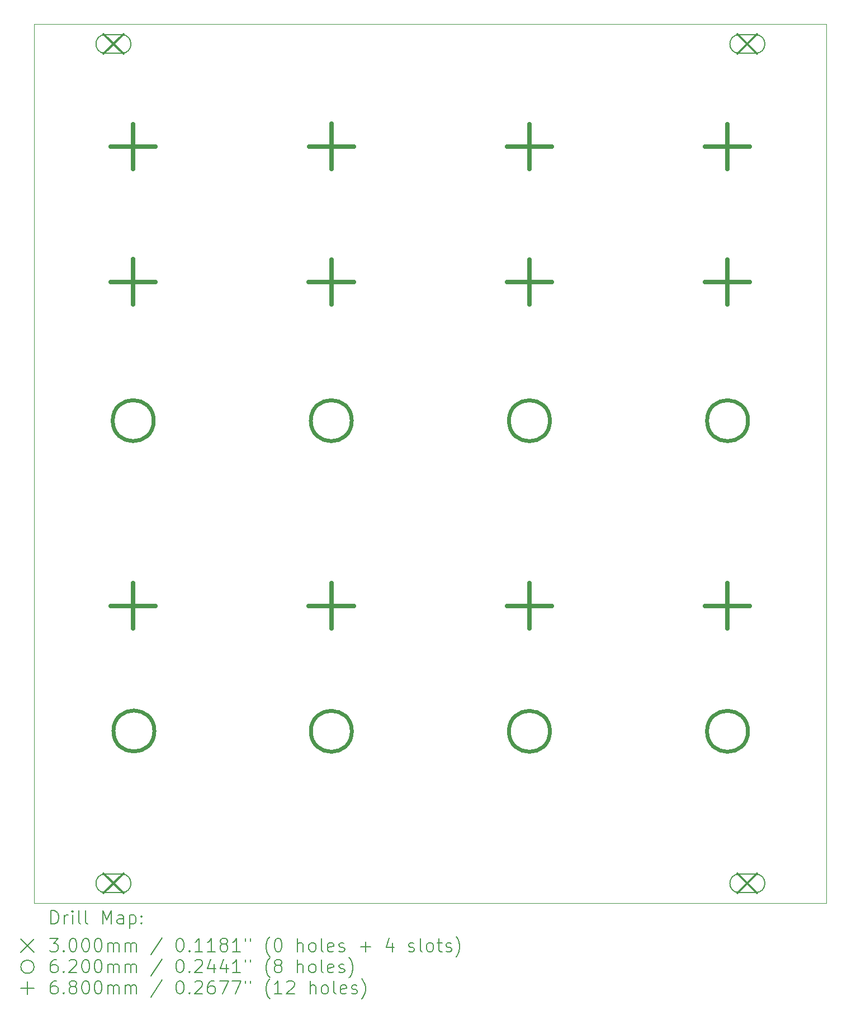
<source format=gbr>
%FSLAX45Y45*%
G04 Gerber Fmt 4.5, Leading zero omitted, Abs format (unit mm)*
G04 Created by KiCad (PCBNEW (6.0.0)) date 2022-03-25 16:36:26*
%MOMM*%
%LPD*%
G01*
G04 APERTURE LIST*
%TA.AperFunction,Profile*%
%ADD10C,0.050000*%
%TD*%
%ADD11C,0.200000*%
%ADD12C,0.300000*%
%ADD13C,0.620000*%
%ADD14C,0.680000*%
G04 APERTURE END LIST*
D10*
X7410000Y-2750000D02*
X7410000Y-16050000D01*
X7410000Y-2750000D02*
X19410000Y-2750000D01*
X19410000Y-2750000D02*
X19410000Y-16050000D01*
X19410000Y-16050000D02*
X7410000Y-16050000D01*
D11*
D12*
X8460000Y-2900000D02*
X8760000Y-3200000D01*
X8760000Y-2900000D02*
X8460000Y-3200000D01*
D11*
X8485000Y-3190000D02*
X8735000Y-3190000D01*
X8485000Y-2910000D02*
X8735000Y-2910000D01*
X8735000Y-3190000D02*
G75*
G03*
X8735000Y-2910000I0J140000D01*
G01*
X8485000Y-2910000D02*
G75*
G03*
X8485000Y-3190000I0J-140000D01*
G01*
D12*
X8460000Y-15600000D02*
X8760000Y-15900000D01*
X8760000Y-15600000D02*
X8460000Y-15900000D01*
D11*
X8485000Y-15890000D02*
X8735000Y-15890000D01*
X8485000Y-15610000D02*
X8735000Y-15610000D01*
X8735000Y-15890000D02*
G75*
G03*
X8735000Y-15610000I0J140000D01*
G01*
X8485000Y-15610000D02*
G75*
G03*
X8485000Y-15890000I0J-140000D01*
G01*
D12*
X18060000Y-2900000D02*
X18360000Y-3200000D01*
X18360000Y-2900000D02*
X18060000Y-3200000D01*
D11*
X18085000Y-3190000D02*
X18335000Y-3190000D01*
X18085000Y-2910000D02*
X18335000Y-2910000D01*
X18335000Y-3190000D02*
G75*
G03*
X18335000Y-2910000I0J140000D01*
G01*
X18085000Y-2910000D02*
G75*
G03*
X18085000Y-3190000I0J-140000D01*
G01*
D12*
X18060000Y-15600000D02*
X18360000Y-15900000D01*
X18360000Y-15600000D02*
X18060000Y-15900000D01*
D11*
X18085000Y-15890000D02*
X18335000Y-15890000D01*
X18085000Y-15610000D02*
X18335000Y-15610000D01*
X18335000Y-15890000D02*
G75*
G03*
X18335000Y-15610000I0J140000D01*
G01*
X18085000Y-15610000D02*
G75*
G03*
X18085000Y-15890000I0J-140000D01*
G01*
D13*
X9219159Y-8748890D02*
G75*
G03*
X9219159Y-8748890I-310000J0D01*
G01*
X9230000Y-13445000D02*
G75*
G03*
X9230000Y-13445000I-310000J0D01*
G01*
X12218923Y-8749293D02*
G75*
G03*
X12218923Y-8749293I-310000J0D01*
G01*
X12220000Y-13449159D02*
G75*
G03*
X12220000Y-13449159I-310000J0D01*
G01*
X15219764Y-13449764D02*
G75*
G03*
X15219764Y-13449764I-310000J0D01*
G01*
X15220000Y-8750000D02*
G75*
G03*
X15220000Y-8750000I-310000J0D01*
G01*
X18219259Y-13449159D02*
G75*
G03*
X18219259Y-13449159I-310000J0D01*
G01*
X18220000Y-8750000D02*
G75*
G03*
X18220000Y-8750000I-310000J0D01*
G01*
D14*
X8907846Y-6307241D02*
X8907846Y-6987241D01*
X8567846Y-6647241D02*
X9247846Y-6647241D01*
X8908452Y-4259831D02*
X8908452Y-4939831D01*
X8568452Y-4599831D02*
X9248452Y-4599831D01*
X8910000Y-11210000D02*
X8910000Y-11890000D01*
X8570000Y-11550000D02*
X9250000Y-11550000D01*
X11909463Y-6309899D02*
X11909463Y-6989899D01*
X11569463Y-6649899D02*
X12249463Y-6649899D01*
X11909507Y-11209630D02*
X11909507Y-11889630D01*
X11569507Y-11549630D02*
X12249507Y-11549630D01*
X11909933Y-4259092D02*
X11909933Y-4939092D01*
X11569933Y-4599092D02*
X12249933Y-4599092D01*
X14909024Y-11209664D02*
X14909024Y-11889664D01*
X14569024Y-11549664D02*
X15249024Y-11549664D01*
X14909261Y-4259866D02*
X14909261Y-4939866D01*
X14569261Y-4599866D02*
X15249261Y-4599866D01*
X14909798Y-6309630D02*
X14909798Y-6989630D01*
X14569798Y-6649630D02*
X15249798Y-6649630D01*
X17908517Y-11209899D02*
X17908517Y-11889899D01*
X17568517Y-11549899D02*
X18248517Y-11549899D01*
X17908654Y-4259798D02*
X17908654Y-4939798D01*
X17568654Y-4599798D02*
X18248654Y-4599798D01*
X17909877Y-6309753D02*
X17909877Y-6989753D01*
X17569877Y-6649753D02*
X18249877Y-6649753D01*
D11*
X7665119Y-16362976D02*
X7665119Y-16162976D01*
X7712738Y-16162976D01*
X7741309Y-16172500D01*
X7760357Y-16191548D01*
X7769881Y-16210595D01*
X7779405Y-16248690D01*
X7779405Y-16277262D01*
X7769881Y-16315357D01*
X7760357Y-16334405D01*
X7741309Y-16353452D01*
X7712738Y-16362976D01*
X7665119Y-16362976D01*
X7865119Y-16362976D02*
X7865119Y-16229643D01*
X7865119Y-16267738D02*
X7874643Y-16248690D01*
X7884167Y-16239167D01*
X7903214Y-16229643D01*
X7922262Y-16229643D01*
X7988928Y-16362976D02*
X7988928Y-16229643D01*
X7988928Y-16162976D02*
X7979405Y-16172500D01*
X7988928Y-16182024D01*
X7998452Y-16172500D01*
X7988928Y-16162976D01*
X7988928Y-16182024D01*
X8112738Y-16362976D02*
X8093690Y-16353452D01*
X8084167Y-16334405D01*
X8084167Y-16162976D01*
X8217500Y-16362976D02*
X8198452Y-16353452D01*
X8188928Y-16334405D01*
X8188928Y-16162976D01*
X8446071Y-16362976D02*
X8446071Y-16162976D01*
X8512738Y-16305833D01*
X8579405Y-16162976D01*
X8579405Y-16362976D01*
X8760357Y-16362976D02*
X8760357Y-16258214D01*
X8750833Y-16239167D01*
X8731786Y-16229643D01*
X8693690Y-16229643D01*
X8674643Y-16239167D01*
X8760357Y-16353452D02*
X8741310Y-16362976D01*
X8693690Y-16362976D01*
X8674643Y-16353452D01*
X8665119Y-16334405D01*
X8665119Y-16315357D01*
X8674643Y-16296309D01*
X8693690Y-16286786D01*
X8741310Y-16286786D01*
X8760357Y-16277262D01*
X8855595Y-16229643D02*
X8855595Y-16429643D01*
X8855595Y-16239167D02*
X8874643Y-16229643D01*
X8912738Y-16229643D01*
X8931786Y-16239167D01*
X8941310Y-16248690D01*
X8950833Y-16267738D01*
X8950833Y-16324881D01*
X8941310Y-16343928D01*
X8931786Y-16353452D01*
X8912738Y-16362976D01*
X8874643Y-16362976D01*
X8855595Y-16353452D01*
X9036548Y-16343928D02*
X9046071Y-16353452D01*
X9036548Y-16362976D01*
X9027024Y-16353452D01*
X9036548Y-16343928D01*
X9036548Y-16362976D01*
X9036548Y-16239167D02*
X9046071Y-16248690D01*
X9036548Y-16258214D01*
X9027024Y-16248690D01*
X9036548Y-16239167D01*
X9036548Y-16258214D01*
X7207500Y-16592500D02*
X7407500Y-16792500D01*
X7407500Y-16592500D02*
X7207500Y-16792500D01*
X7646071Y-16582976D02*
X7769881Y-16582976D01*
X7703214Y-16659167D01*
X7731786Y-16659167D01*
X7750833Y-16668690D01*
X7760357Y-16678214D01*
X7769881Y-16697262D01*
X7769881Y-16744881D01*
X7760357Y-16763928D01*
X7750833Y-16773452D01*
X7731786Y-16782976D01*
X7674643Y-16782976D01*
X7655595Y-16773452D01*
X7646071Y-16763928D01*
X7855595Y-16763928D02*
X7865119Y-16773452D01*
X7855595Y-16782976D01*
X7846071Y-16773452D01*
X7855595Y-16763928D01*
X7855595Y-16782976D01*
X7988928Y-16582976D02*
X8007976Y-16582976D01*
X8027024Y-16592500D01*
X8036548Y-16602024D01*
X8046071Y-16621071D01*
X8055595Y-16659167D01*
X8055595Y-16706786D01*
X8046071Y-16744881D01*
X8036548Y-16763928D01*
X8027024Y-16773452D01*
X8007976Y-16782976D01*
X7988928Y-16782976D01*
X7969881Y-16773452D01*
X7960357Y-16763928D01*
X7950833Y-16744881D01*
X7941309Y-16706786D01*
X7941309Y-16659167D01*
X7950833Y-16621071D01*
X7960357Y-16602024D01*
X7969881Y-16592500D01*
X7988928Y-16582976D01*
X8179405Y-16582976D02*
X8198452Y-16582976D01*
X8217500Y-16592500D01*
X8227024Y-16602024D01*
X8236548Y-16621071D01*
X8246071Y-16659167D01*
X8246071Y-16706786D01*
X8236548Y-16744881D01*
X8227024Y-16763928D01*
X8217500Y-16773452D01*
X8198452Y-16782976D01*
X8179405Y-16782976D01*
X8160357Y-16773452D01*
X8150833Y-16763928D01*
X8141309Y-16744881D01*
X8131786Y-16706786D01*
X8131786Y-16659167D01*
X8141309Y-16621071D01*
X8150833Y-16602024D01*
X8160357Y-16592500D01*
X8179405Y-16582976D01*
X8369881Y-16582976D02*
X8388929Y-16582976D01*
X8407976Y-16592500D01*
X8417500Y-16602024D01*
X8427024Y-16621071D01*
X8436548Y-16659167D01*
X8436548Y-16706786D01*
X8427024Y-16744881D01*
X8417500Y-16763928D01*
X8407976Y-16773452D01*
X8388929Y-16782976D01*
X8369881Y-16782976D01*
X8350833Y-16773452D01*
X8341309Y-16763928D01*
X8331786Y-16744881D01*
X8322262Y-16706786D01*
X8322262Y-16659167D01*
X8331786Y-16621071D01*
X8341309Y-16602024D01*
X8350833Y-16592500D01*
X8369881Y-16582976D01*
X8522262Y-16782976D02*
X8522262Y-16649643D01*
X8522262Y-16668690D02*
X8531786Y-16659167D01*
X8550833Y-16649643D01*
X8579405Y-16649643D01*
X8598452Y-16659167D01*
X8607976Y-16678214D01*
X8607976Y-16782976D01*
X8607976Y-16678214D02*
X8617500Y-16659167D01*
X8636548Y-16649643D01*
X8665119Y-16649643D01*
X8684167Y-16659167D01*
X8693690Y-16678214D01*
X8693690Y-16782976D01*
X8788929Y-16782976D02*
X8788929Y-16649643D01*
X8788929Y-16668690D02*
X8798452Y-16659167D01*
X8817500Y-16649643D01*
X8846071Y-16649643D01*
X8865119Y-16659167D01*
X8874643Y-16678214D01*
X8874643Y-16782976D01*
X8874643Y-16678214D02*
X8884167Y-16659167D01*
X8903214Y-16649643D01*
X8931786Y-16649643D01*
X8950833Y-16659167D01*
X8960357Y-16678214D01*
X8960357Y-16782976D01*
X9350833Y-16573452D02*
X9179405Y-16830595D01*
X9607976Y-16582976D02*
X9627024Y-16582976D01*
X9646071Y-16592500D01*
X9655595Y-16602024D01*
X9665119Y-16621071D01*
X9674643Y-16659167D01*
X9674643Y-16706786D01*
X9665119Y-16744881D01*
X9655595Y-16763928D01*
X9646071Y-16773452D01*
X9627024Y-16782976D01*
X9607976Y-16782976D01*
X9588929Y-16773452D01*
X9579405Y-16763928D01*
X9569881Y-16744881D01*
X9560357Y-16706786D01*
X9560357Y-16659167D01*
X9569881Y-16621071D01*
X9579405Y-16602024D01*
X9588929Y-16592500D01*
X9607976Y-16582976D01*
X9760357Y-16763928D02*
X9769881Y-16773452D01*
X9760357Y-16782976D01*
X9750833Y-16773452D01*
X9760357Y-16763928D01*
X9760357Y-16782976D01*
X9960357Y-16782976D02*
X9846071Y-16782976D01*
X9903214Y-16782976D02*
X9903214Y-16582976D01*
X9884167Y-16611548D01*
X9865119Y-16630595D01*
X9846071Y-16640119D01*
X10150833Y-16782976D02*
X10036548Y-16782976D01*
X10093690Y-16782976D02*
X10093690Y-16582976D01*
X10074643Y-16611548D01*
X10055595Y-16630595D01*
X10036548Y-16640119D01*
X10265119Y-16668690D02*
X10246071Y-16659167D01*
X10236548Y-16649643D01*
X10227024Y-16630595D01*
X10227024Y-16621071D01*
X10236548Y-16602024D01*
X10246071Y-16592500D01*
X10265119Y-16582976D01*
X10303214Y-16582976D01*
X10322262Y-16592500D01*
X10331786Y-16602024D01*
X10341310Y-16621071D01*
X10341310Y-16630595D01*
X10331786Y-16649643D01*
X10322262Y-16659167D01*
X10303214Y-16668690D01*
X10265119Y-16668690D01*
X10246071Y-16678214D01*
X10236548Y-16687738D01*
X10227024Y-16706786D01*
X10227024Y-16744881D01*
X10236548Y-16763928D01*
X10246071Y-16773452D01*
X10265119Y-16782976D01*
X10303214Y-16782976D01*
X10322262Y-16773452D01*
X10331786Y-16763928D01*
X10341310Y-16744881D01*
X10341310Y-16706786D01*
X10331786Y-16687738D01*
X10322262Y-16678214D01*
X10303214Y-16668690D01*
X10531786Y-16782976D02*
X10417500Y-16782976D01*
X10474643Y-16782976D02*
X10474643Y-16582976D01*
X10455595Y-16611548D01*
X10436548Y-16630595D01*
X10417500Y-16640119D01*
X10607976Y-16582976D02*
X10607976Y-16621071D01*
X10684167Y-16582976D02*
X10684167Y-16621071D01*
X10979405Y-16859167D02*
X10969881Y-16849643D01*
X10950833Y-16821071D01*
X10941310Y-16802024D01*
X10931786Y-16773452D01*
X10922262Y-16725833D01*
X10922262Y-16687738D01*
X10931786Y-16640119D01*
X10941310Y-16611548D01*
X10950833Y-16592500D01*
X10969881Y-16563928D01*
X10979405Y-16554405D01*
X11093690Y-16582976D02*
X11112738Y-16582976D01*
X11131786Y-16592500D01*
X11141310Y-16602024D01*
X11150833Y-16621071D01*
X11160357Y-16659167D01*
X11160357Y-16706786D01*
X11150833Y-16744881D01*
X11141310Y-16763928D01*
X11131786Y-16773452D01*
X11112738Y-16782976D01*
X11093690Y-16782976D01*
X11074643Y-16773452D01*
X11065119Y-16763928D01*
X11055595Y-16744881D01*
X11046071Y-16706786D01*
X11046071Y-16659167D01*
X11055595Y-16621071D01*
X11065119Y-16602024D01*
X11074643Y-16592500D01*
X11093690Y-16582976D01*
X11398452Y-16782976D02*
X11398452Y-16582976D01*
X11484167Y-16782976D02*
X11484167Y-16678214D01*
X11474643Y-16659167D01*
X11455595Y-16649643D01*
X11427024Y-16649643D01*
X11407976Y-16659167D01*
X11398452Y-16668690D01*
X11607976Y-16782976D02*
X11588928Y-16773452D01*
X11579405Y-16763928D01*
X11569881Y-16744881D01*
X11569881Y-16687738D01*
X11579405Y-16668690D01*
X11588928Y-16659167D01*
X11607976Y-16649643D01*
X11636548Y-16649643D01*
X11655595Y-16659167D01*
X11665119Y-16668690D01*
X11674643Y-16687738D01*
X11674643Y-16744881D01*
X11665119Y-16763928D01*
X11655595Y-16773452D01*
X11636548Y-16782976D01*
X11607976Y-16782976D01*
X11788928Y-16782976D02*
X11769881Y-16773452D01*
X11760357Y-16754405D01*
X11760357Y-16582976D01*
X11941309Y-16773452D02*
X11922262Y-16782976D01*
X11884167Y-16782976D01*
X11865119Y-16773452D01*
X11855595Y-16754405D01*
X11855595Y-16678214D01*
X11865119Y-16659167D01*
X11884167Y-16649643D01*
X11922262Y-16649643D01*
X11941309Y-16659167D01*
X11950833Y-16678214D01*
X11950833Y-16697262D01*
X11855595Y-16716309D01*
X12027024Y-16773452D02*
X12046071Y-16782976D01*
X12084167Y-16782976D01*
X12103214Y-16773452D01*
X12112738Y-16754405D01*
X12112738Y-16744881D01*
X12103214Y-16725833D01*
X12084167Y-16716309D01*
X12055595Y-16716309D01*
X12036548Y-16706786D01*
X12027024Y-16687738D01*
X12027024Y-16678214D01*
X12036548Y-16659167D01*
X12055595Y-16649643D01*
X12084167Y-16649643D01*
X12103214Y-16659167D01*
X12350833Y-16706786D02*
X12503214Y-16706786D01*
X12427024Y-16782976D02*
X12427024Y-16630595D01*
X12836548Y-16649643D02*
X12836548Y-16782976D01*
X12788928Y-16573452D02*
X12741309Y-16716309D01*
X12865119Y-16716309D01*
X13084167Y-16773452D02*
X13103214Y-16782976D01*
X13141309Y-16782976D01*
X13160357Y-16773452D01*
X13169881Y-16754405D01*
X13169881Y-16744881D01*
X13160357Y-16725833D01*
X13141309Y-16716309D01*
X13112738Y-16716309D01*
X13093690Y-16706786D01*
X13084167Y-16687738D01*
X13084167Y-16678214D01*
X13093690Y-16659167D01*
X13112738Y-16649643D01*
X13141309Y-16649643D01*
X13160357Y-16659167D01*
X13284167Y-16782976D02*
X13265119Y-16773452D01*
X13255595Y-16754405D01*
X13255595Y-16582976D01*
X13388928Y-16782976D02*
X13369881Y-16773452D01*
X13360357Y-16763928D01*
X13350833Y-16744881D01*
X13350833Y-16687738D01*
X13360357Y-16668690D01*
X13369881Y-16659167D01*
X13388928Y-16649643D01*
X13417500Y-16649643D01*
X13436548Y-16659167D01*
X13446071Y-16668690D01*
X13455595Y-16687738D01*
X13455595Y-16744881D01*
X13446071Y-16763928D01*
X13436548Y-16773452D01*
X13417500Y-16782976D01*
X13388928Y-16782976D01*
X13512738Y-16649643D02*
X13588928Y-16649643D01*
X13541309Y-16582976D02*
X13541309Y-16754405D01*
X13550833Y-16773452D01*
X13569881Y-16782976D01*
X13588928Y-16782976D01*
X13646071Y-16773452D02*
X13665119Y-16782976D01*
X13703214Y-16782976D01*
X13722262Y-16773452D01*
X13731786Y-16754405D01*
X13731786Y-16744881D01*
X13722262Y-16725833D01*
X13703214Y-16716309D01*
X13674643Y-16716309D01*
X13655595Y-16706786D01*
X13646071Y-16687738D01*
X13646071Y-16678214D01*
X13655595Y-16659167D01*
X13674643Y-16649643D01*
X13703214Y-16649643D01*
X13722262Y-16659167D01*
X13798452Y-16859167D02*
X13807976Y-16849643D01*
X13827024Y-16821071D01*
X13836548Y-16802024D01*
X13846071Y-16773452D01*
X13855595Y-16725833D01*
X13855595Y-16687738D01*
X13846071Y-16640119D01*
X13836548Y-16611548D01*
X13827024Y-16592500D01*
X13807976Y-16563928D01*
X13798452Y-16554405D01*
X7407500Y-17012500D02*
G75*
G03*
X7407500Y-17012500I-100000J0D01*
G01*
X7750833Y-16902976D02*
X7712738Y-16902976D01*
X7693690Y-16912500D01*
X7684167Y-16922024D01*
X7665119Y-16950595D01*
X7655595Y-16988690D01*
X7655595Y-17064881D01*
X7665119Y-17083929D01*
X7674643Y-17093452D01*
X7693690Y-17102976D01*
X7731786Y-17102976D01*
X7750833Y-17093452D01*
X7760357Y-17083929D01*
X7769881Y-17064881D01*
X7769881Y-17017262D01*
X7760357Y-16998214D01*
X7750833Y-16988690D01*
X7731786Y-16979167D01*
X7693690Y-16979167D01*
X7674643Y-16988690D01*
X7665119Y-16998214D01*
X7655595Y-17017262D01*
X7855595Y-17083929D02*
X7865119Y-17093452D01*
X7855595Y-17102976D01*
X7846071Y-17093452D01*
X7855595Y-17083929D01*
X7855595Y-17102976D01*
X7941309Y-16922024D02*
X7950833Y-16912500D01*
X7969881Y-16902976D01*
X8017500Y-16902976D01*
X8036548Y-16912500D01*
X8046071Y-16922024D01*
X8055595Y-16941071D01*
X8055595Y-16960119D01*
X8046071Y-16988690D01*
X7931786Y-17102976D01*
X8055595Y-17102976D01*
X8179405Y-16902976D02*
X8198452Y-16902976D01*
X8217500Y-16912500D01*
X8227024Y-16922024D01*
X8236548Y-16941071D01*
X8246071Y-16979167D01*
X8246071Y-17026786D01*
X8236548Y-17064881D01*
X8227024Y-17083929D01*
X8217500Y-17093452D01*
X8198452Y-17102976D01*
X8179405Y-17102976D01*
X8160357Y-17093452D01*
X8150833Y-17083929D01*
X8141309Y-17064881D01*
X8131786Y-17026786D01*
X8131786Y-16979167D01*
X8141309Y-16941071D01*
X8150833Y-16922024D01*
X8160357Y-16912500D01*
X8179405Y-16902976D01*
X8369881Y-16902976D02*
X8388929Y-16902976D01*
X8407976Y-16912500D01*
X8417500Y-16922024D01*
X8427024Y-16941071D01*
X8436548Y-16979167D01*
X8436548Y-17026786D01*
X8427024Y-17064881D01*
X8417500Y-17083929D01*
X8407976Y-17093452D01*
X8388929Y-17102976D01*
X8369881Y-17102976D01*
X8350833Y-17093452D01*
X8341309Y-17083929D01*
X8331786Y-17064881D01*
X8322262Y-17026786D01*
X8322262Y-16979167D01*
X8331786Y-16941071D01*
X8341309Y-16922024D01*
X8350833Y-16912500D01*
X8369881Y-16902976D01*
X8522262Y-17102976D02*
X8522262Y-16969643D01*
X8522262Y-16988690D02*
X8531786Y-16979167D01*
X8550833Y-16969643D01*
X8579405Y-16969643D01*
X8598452Y-16979167D01*
X8607976Y-16998214D01*
X8607976Y-17102976D01*
X8607976Y-16998214D02*
X8617500Y-16979167D01*
X8636548Y-16969643D01*
X8665119Y-16969643D01*
X8684167Y-16979167D01*
X8693690Y-16998214D01*
X8693690Y-17102976D01*
X8788929Y-17102976D02*
X8788929Y-16969643D01*
X8788929Y-16988690D02*
X8798452Y-16979167D01*
X8817500Y-16969643D01*
X8846071Y-16969643D01*
X8865119Y-16979167D01*
X8874643Y-16998214D01*
X8874643Y-17102976D01*
X8874643Y-16998214D02*
X8884167Y-16979167D01*
X8903214Y-16969643D01*
X8931786Y-16969643D01*
X8950833Y-16979167D01*
X8960357Y-16998214D01*
X8960357Y-17102976D01*
X9350833Y-16893452D02*
X9179405Y-17150595D01*
X9607976Y-16902976D02*
X9627024Y-16902976D01*
X9646071Y-16912500D01*
X9655595Y-16922024D01*
X9665119Y-16941071D01*
X9674643Y-16979167D01*
X9674643Y-17026786D01*
X9665119Y-17064881D01*
X9655595Y-17083929D01*
X9646071Y-17093452D01*
X9627024Y-17102976D01*
X9607976Y-17102976D01*
X9588929Y-17093452D01*
X9579405Y-17083929D01*
X9569881Y-17064881D01*
X9560357Y-17026786D01*
X9560357Y-16979167D01*
X9569881Y-16941071D01*
X9579405Y-16922024D01*
X9588929Y-16912500D01*
X9607976Y-16902976D01*
X9760357Y-17083929D02*
X9769881Y-17093452D01*
X9760357Y-17102976D01*
X9750833Y-17093452D01*
X9760357Y-17083929D01*
X9760357Y-17102976D01*
X9846071Y-16922024D02*
X9855595Y-16912500D01*
X9874643Y-16902976D01*
X9922262Y-16902976D01*
X9941310Y-16912500D01*
X9950833Y-16922024D01*
X9960357Y-16941071D01*
X9960357Y-16960119D01*
X9950833Y-16988690D01*
X9836548Y-17102976D01*
X9960357Y-17102976D01*
X10131786Y-16969643D02*
X10131786Y-17102976D01*
X10084167Y-16893452D02*
X10036548Y-17036310D01*
X10160357Y-17036310D01*
X10322262Y-16969643D02*
X10322262Y-17102976D01*
X10274643Y-16893452D02*
X10227024Y-17036310D01*
X10350833Y-17036310D01*
X10531786Y-17102976D02*
X10417500Y-17102976D01*
X10474643Y-17102976D02*
X10474643Y-16902976D01*
X10455595Y-16931548D01*
X10436548Y-16950595D01*
X10417500Y-16960119D01*
X10607976Y-16902976D02*
X10607976Y-16941071D01*
X10684167Y-16902976D02*
X10684167Y-16941071D01*
X10979405Y-17179167D02*
X10969881Y-17169643D01*
X10950833Y-17141071D01*
X10941310Y-17122024D01*
X10931786Y-17093452D01*
X10922262Y-17045833D01*
X10922262Y-17007738D01*
X10931786Y-16960119D01*
X10941310Y-16931548D01*
X10950833Y-16912500D01*
X10969881Y-16883929D01*
X10979405Y-16874405D01*
X11084167Y-16988690D02*
X11065119Y-16979167D01*
X11055595Y-16969643D01*
X11046071Y-16950595D01*
X11046071Y-16941071D01*
X11055595Y-16922024D01*
X11065119Y-16912500D01*
X11084167Y-16902976D01*
X11122262Y-16902976D01*
X11141310Y-16912500D01*
X11150833Y-16922024D01*
X11160357Y-16941071D01*
X11160357Y-16950595D01*
X11150833Y-16969643D01*
X11141310Y-16979167D01*
X11122262Y-16988690D01*
X11084167Y-16988690D01*
X11065119Y-16998214D01*
X11055595Y-17007738D01*
X11046071Y-17026786D01*
X11046071Y-17064881D01*
X11055595Y-17083929D01*
X11065119Y-17093452D01*
X11084167Y-17102976D01*
X11122262Y-17102976D01*
X11141310Y-17093452D01*
X11150833Y-17083929D01*
X11160357Y-17064881D01*
X11160357Y-17026786D01*
X11150833Y-17007738D01*
X11141310Y-16998214D01*
X11122262Y-16988690D01*
X11398452Y-17102976D02*
X11398452Y-16902976D01*
X11484167Y-17102976D02*
X11484167Y-16998214D01*
X11474643Y-16979167D01*
X11455595Y-16969643D01*
X11427024Y-16969643D01*
X11407976Y-16979167D01*
X11398452Y-16988690D01*
X11607976Y-17102976D02*
X11588928Y-17093452D01*
X11579405Y-17083929D01*
X11569881Y-17064881D01*
X11569881Y-17007738D01*
X11579405Y-16988690D01*
X11588928Y-16979167D01*
X11607976Y-16969643D01*
X11636548Y-16969643D01*
X11655595Y-16979167D01*
X11665119Y-16988690D01*
X11674643Y-17007738D01*
X11674643Y-17064881D01*
X11665119Y-17083929D01*
X11655595Y-17093452D01*
X11636548Y-17102976D01*
X11607976Y-17102976D01*
X11788928Y-17102976D02*
X11769881Y-17093452D01*
X11760357Y-17074405D01*
X11760357Y-16902976D01*
X11941309Y-17093452D02*
X11922262Y-17102976D01*
X11884167Y-17102976D01*
X11865119Y-17093452D01*
X11855595Y-17074405D01*
X11855595Y-16998214D01*
X11865119Y-16979167D01*
X11884167Y-16969643D01*
X11922262Y-16969643D01*
X11941309Y-16979167D01*
X11950833Y-16998214D01*
X11950833Y-17017262D01*
X11855595Y-17036310D01*
X12027024Y-17093452D02*
X12046071Y-17102976D01*
X12084167Y-17102976D01*
X12103214Y-17093452D01*
X12112738Y-17074405D01*
X12112738Y-17064881D01*
X12103214Y-17045833D01*
X12084167Y-17036310D01*
X12055595Y-17036310D01*
X12036548Y-17026786D01*
X12027024Y-17007738D01*
X12027024Y-16998214D01*
X12036548Y-16979167D01*
X12055595Y-16969643D01*
X12084167Y-16969643D01*
X12103214Y-16979167D01*
X12179405Y-17179167D02*
X12188928Y-17169643D01*
X12207976Y-17141071D01*
X12217500Y-17122024D01*
X12227024Y-17093452D01*
X12236548Y-17045833D01*
X12236548Y-17007738D01*
X12227024Y-16960119D01*
X12217500Y-16931548D01*
X12207976Y-16912500D01*
X12188928Y-16883929D01*
X12179405Y-16874405D01*
X7307500Y-17232500D02*
X7307500Y-17432500D01*
X7207500Y-17332500D02*
X7407500Y-17332500D01*
X7750833Y-17222976D02*
X7712738Y-17222976D01*
X7693690Y-17232500D01*
X7684167Y-17242024D01*
X7665119Y-17270595D01*
X7655595Y-17308690D01*
X7655595Y-17384881D01*
X7665119Y-17403929D01*
X7674643Y-17413452D01*
X7693690Y-17422976D01*
X7731786Y-17422976D01*
X7750833Y-17413452D01*
X7760357Y-17403929D01*
X7769881Y-17384881D01*
X7769881Y-17337262D01*
X7760357Y-17318214D01*
X7750833Y-17308690D01*
X7731786Y-17299167D01*
X7693690Y-17299167D01*
X7674643Y-17308690D01*
X7665119Y-17318214D01*
X7655595Y-17337262D01*
X7855595Y-17403929D02*
X7865119Y-17413452D01*
X7855595Y-17422976D01*
X7846071Y-17413452D01*
X7855595Y-17403929D01*
X7855595Y-17422976D01*
X7979405Y-17308690D02*
X7960357Y-17299167D01*
X7950833Y-17289643D01*
X7941309Y-17270595D01*
X7941309Y-17261071D01*
X7950833Y-17242024D01*
X7960357Y-17232500D01*
X7979405Y-17222976D01*
X8017500Y-17222976D01*
X8036548Y-17232500D01*
X8046071Y-17242024D01*
X8055595Y-17261071D01*
X8055595Y-17270595D01*
X8046071Y-17289643D01*
X8036548Y-17299167D01*
X8017500Y-17308690D01*
X7979405Y-17308690D01*
X7960357Y-17318214D01*
X7950833Y-17327738D01*
X7941309Y-17346786D01*
X7941309Y-17384881D01*
X7950833Y-17403929D01*
X7960357Y-17413452D01*
X7979405Y-17422976D01*
X8017500Y-17422976D01*
X8036548Y-17413452D01*
X8046071Y-17403929D01*
X8055595Y-17384881D01*
X8055595Y-17346786D01*
X8046071Y-17327738D01*
X8036548Y-17318214D01*
X8017500Y-17308690D01*
X8179405Y-17222976D02*
X8198452Y-17222976D01*
X8217500Y-17232500D01*
X8227024Y-17242024D01*
X8236548Y-17261071D01*
X8246071Y-17299167D01*
X8246071Y-17346786D01*
X8236548Y-17384881D01*
X8227024Y-17403929D01*
X8217500Y-17413452D01*
X8198452Y-17422976D01*
X8179405Y-17422976D01*
X8160357Y-17413452D01*
X8150833Y-17403929D01*
X8141309Y-17384881D01*
X8131786Y-17346786D01*
X8131786Y-17299167D01*
X8141309Y-17261071D01*
X8150833Y-17242024D01*
X8160357Y-17232500D01*
X8179405Y-17222976D01*
X8369881Y-17222976D02*
X8388929Y-17222976D01*
X8407976Y-17232500D01*
X8417500Y-17242024D01*
X8427024Y-17261071D01*
X8436548Y-17299167D01*
X8436548Y-17346786D01*
X8427024Y-17384881D01*
X8417500Y-17403929D01*
X8407976Y-17413452D01*
X8388929Y-17422976D01*
X8369881Y-17422976D01*
X8350833Y-17413452D01*
X8341309Y-17403929D01*
X8331786Y-17384881D01*
X8322262Y-17346786D01*
X8322262Y-17299167D01*
X8331786Y-17261071D01*
X8341309Y-17242024D01*
X8350833Y-17232500D01*
X8369881Y-17222976D01*
X8522262Y-17422976D02*
X8522262Y-17289643D01*
X8522262Y-17308690D02*
X8531786Y-17299167D01*
X8550833Y-17289643D01*
X8579405Y-17289643D01*
X8598452Y-17299167D01*
X8607976Y-17318214D01*
X8607976Y-17422976D01*
X8607976Y-17318214D02*
X8617500Y-17299167D01*
X8636548Y-17289643D01*
X8665119Y-17289643D01*
X8684167Y-17299167D01*
X8693690Y-17318214D01*
X8693690Y-17422976D01*
X8788929Y-17422976D02*
X8788929Y-17289643D01*
X8788929Y-17308690D02*
X8798452Y-17299167D01*
X8817500Y-17289643D01*
X8846071Y-17289643D01*
X8865119Y-17299167D01*
X8874643Y-17318214D01*
X8874643Y-17422976D01*
X8874643Y-17318214D02*
X8884167Y-17299167D01*
X8903214Y-17289643D01*
X8931786Y-17289643D01*
X8950833Y-17299167D01*
X8960357Y-17318214D01*
X8960357Y-17422976D01*
X9350833Y-17213452D02*
X9179405Y-17470595D01*
X9607976Y-17222976D02*
X9627024Y-17222976D01*
X9646071Y-17232500D01*
X9655595Y-17242024D01*
X9665119Y-17261071D01*
X9674643Y-17299167D01*
X9674643Y-17346786D01*
X9665119Y-17384881D01*
X9655595Y-17403929D01*
X9646071Y-17413452D01*
X9627024Y-17422976D01*
X9607976Y-17422976D01*
X9588929Y-17413452D01*
X9579405Y-17403929D01*
X9569881Y-17384881D01*
X9560357Y-17346786D01*
X9560357Y-17299167D01*
X9569881Y-17261071D01*
X9579405Y-17242024D01*
X9588929Y-17232500D01*
X9607976Y-17222976D01*
X9760357Y-17403929D02*
X9769881Y-17413452D01*
X9760357Y-17422976D01*
X9750833Y-17413452D01*
X9760357Y-17403929D01*
X9760357Y-17422976D01*
X9846071Y-17242024D02*
X9855595Y-17232500D01*
X9874643Y-17222976D01*
X9922262Y-17222976D01*
X9941310Y-17232500D01*
X9950833Y-17242024D01*
X9960357Y-17261071D01*
X9960357Y-17280119D01*
X9950833Y-17308690D01*
X9836548Y-17422976D01*
X9960357Y-17422976D01*
X10131786Y-17222976D02*
X10093690Y-17222976D01*
X10074643Y-17232500D01*
X10065119Y-17242024D01*
X10046071Y-17270595D01*
X10036548Y-17308690D01*
X10036548Y-17384881D01*
X10046071Y-17403929D01*
X10055595Y-17413452D01*
X10074643Y-17422976D01*
X10112738Y-17422976D01*
X10131786Y-17413452D01*
X10141310Y-17403929D01*
X10150833Y-17384881D01*
X10150833Y-17337262D01*
X10141310Y-17318214D01*
X10131786Y-17308690D01*
X10112738Y-17299167D01*
X10074643Y-17299167D01*
X10055595Y-17308690D01*
X10046071Y-17318214D01*
X10036548Y-17337262D01*
X10217500Y-17222976D02*
X10350833Y-17222976D01*
X10265119Y-17422976D01*
X10407976Y-17222976D02*
X10541310Y-17222976D01*
X10455595Y-17422976D01*
X10607976Y-17222976D02*
X10607976Y-17261071D01*
X10684167Y-17222976D02*
X10684167Y-17261071D01*
X10979405Y-17499167D02*
X10969881Y-17489643D01*
X10950833Y-17461071D01*
X10941310Y-17442024D01*
X10931786Y-17413452D01*
X10922262Y-17365833D01*
X10922262Y-17327738D01*
X10931786Y-17280119D01*
X10941310Y-17251548D01*
X10950833Y-17232500D01*
X10969881Y-17203929D01*
X10979405Y-17194405D01*
X11160357Y-17422976D02*
X11046071Y-17422976D01*
X11103214Y-17422976D02*
X11103214Y-17222976D01*
X11084167Y-17251548D01*
X11065119Y-17270595D01*
X11046071Y-17280119D01*
X11236548Y-17242024D02*
X11246071Y-17232500D01*
X11265119Y-17222976D01*
X11312738Y-17222976D01*
X11331786Y-17232500D01*
X11341309Y-17242024D01*
X11350833Y-17261071D01*
X11350833Y-17280119D01*
X11341309Y-17308690D01*
X11227024Y-17422976D01*
X11350833Y-17422976D01*
X11588928Y-17422976D02*
X11588928Y-17222976D01*
X11674643Y-17422976D02*
X11674643Y-17318214D01*
X11665119Y-17299167D01*
X11646071Y-17289643D01*
X11617500Y-17289643D01*
X11598452Y-17299167D01*
X11588928Y-17308690D01*
X11798452Y-17422976D02*
X11779405Y-17413452D01*
X11769881Y-17403929D01*
X11760357Y-17384881D01*
X11760357Y-17327738D01*
X11769881Y-17308690D01*
X11779405Y-17299167D01*
X11798452Y-17289643D01*
X11827024Y-17289643D01*
X11846071Y-17299167D01*
X11855595Y-17308690D01*
X11865119Y-17327738D01*
X11865119Y-17384881D01*
X11855595Y-17403929D01*
X11846071Y-17413452D01*
X11827024Y-17422976D01*
X11798452Y-17422976D01*
X11979405Y-17422976D02*
X11960357Y-17413452D01*
X11950833Y-17394405D01*
X11950833Y-17222976D01*
X12131786Y-17413452D02*
X12112738Y-17422976D01*
X12074643Y-17422976D01*
X12055595Y-17413452D01*
X12046071Y-17394405D01*
X12046071Y-17318214D01*
X12055595Y-17299167D01*
X12074643Y-17289643D01*
X12112738Y-17289643D01*
X12131786Y-17299167D01*
X12141309Y-17318214D01*
X12141309Y-17337262D01*
X12046071Y-17356310D01*
X12217500Y-17413452D02*
X12236548Y-17422976D01*
X12274643Y-17422976D01*
X12293690Y-17413452D01*
X12303214Y-17394405D01*
X12303214Y-17384881D01*
X12293690Y-17365833D01*
X12274643Y-17356310D01*
X12246071Y-17356310D01*
X12227024Y-17346786D01*
X12217500Y-17327738D01*
X12217500Y-17318214D01*
X12227024Y-17299167D01*
X12246071Y-17289643D01*
X12274643Y-17289643D01*
X12293690Y-17299167D01*
X12369881Y-17499167D02*
X12379405Y-17489643D01*
X12398452Y-17461071D01*
X12407976Y-17442024D01*
X12417500Y-17413452D01*
X12427024Y-17365833D01*
X12427024Y-17327738D01*
X12417500Y-17280119D01*
X12407976Y-17251548D01*
X12398452Y-17232500D01*
X12379405Y-17203929D01*
X12369881Y-17194405D01*
M02*

</source>
